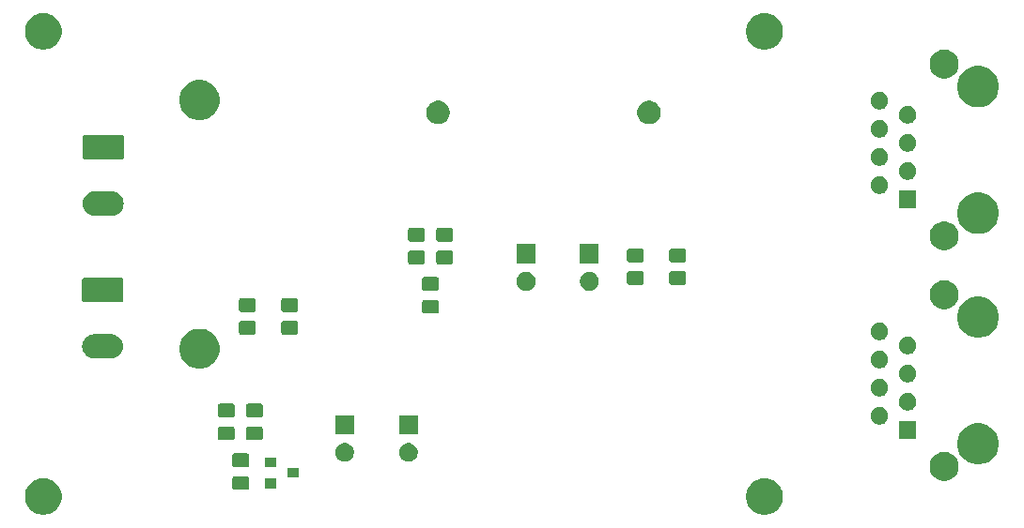
<source format=gbr>
G04 #@! TF.GenerationSoftware,KiCad,Pcbnew,5.1.4-e60b266~84~ubuntu18.04.1*
G04 #@! TF.CreationDate,2019-10-29T18:19:43-03:00*
G04 #@! TF.ProjectId,fonte_18V,666f6e74-655f-4313-9856-2e6b69636164,rev?*
G04 #@! TF.SameCoordinates,Original*
G04 #@! TF.FileFunction,Soldermask,Bot*
G04 #@! TF.FilePolarity,Negative*
%FSLAX46Y46*%
G04 Gerber Fmt 4.6, Leading zero omitted, Abs format (unit mm)*
G04 Created by KiCad (PCBNEW 5.1.4-e60b266~84~ubuntu18.04.1) date 2019-10-29 18:19:43*
%MOMM*%
%LPD*%
G04 APERTURE LIST*
%ADD10C,0.100000*%
G04 APERTURE END LIST*
D10*
G36*
X159375256Y-180391298D02*
G01*
X159481579Y-180412447D01*
X159782042Y-180536903D01*
X160052451Y-180717585D01*
X160282415Y-180947549D01*
X160282416Y-180947551D01*
X160463098Y-181217960D01*
X160487291Y-181276367D01*
X160587553Y-181518421D01*
X160651000Y-181837391D01*
X160651000Y-182162609D01*
X160587553Y-182481579D01*
X160463097Y-182782042D01*
X160282415Y-183052451D01*
X160052451Y-183282415D01*
X159782042Y-183463097D01*
X159481579Y-183587553D01*
X159375256Y-183608702D01*
X159162611Y-183651000D01*
X158837389Y-183651000D01*
X158624744Y-183608702D01*
X158518421Y-183587553D01*
X158217958Y-183463097D01*
X157947549Y-183282415D01*
X157717585Y-183052451D01*
X157536903Y-182782042D01*
X157412447Y-182481579D01*
X157349000Y-182162609D01*
X157349000Y-181837391D01*
X157412447Y-181518421D01*
X157512709Y-181276367D01*
X157536902Y-181217960D01*
X157717584Y-180947551D01*
X157717585Y-180947549D01*
X157947549Y-180717585D01*
X158217958Y-180536903D01*
X158518421Y-180412447D01*
X158624744Y-180391298D01*
X158837389Y-180349000D01*
X159162611Y-180349000D01*
X159375256Y-180391298D01*
X159375256Y-180391298D01*
G37*
G36*
X94375256Y-180391298D02*
G01*
X94481579Y-180412447D01*
X94782042Y-180536903D01*
X95052451Y-180717585D01*
X95282415Y-180947549D01*
X95282416Y-180947551D01*
X95463098Y-181217960D01*
X95487291Y-181276367D01*
X95587553Y-181518421D01*
X95651000Y-181837391D01*
X95651000Y-182162609D01*
X95587553Y-182481579D01*
X95463097Y-182782042D01*
X95282415Y-183052451D01*
X95052451Y-183282415D01*
X94782042Y-183463097D01*
X94481579Y-183587553D01*
X94375256Y-183608702D01*
X94162611Y-183651000D01*
X93837389Y-183651000D01*
X93624744Y-183608702D01*
X93518421Y-183587553D01*
X93217958Y-183463097D01*
X92947549Y-183282415D01*
X92717585Y-183052451D01*
X92536903Y-182782042D01*
X92412447Y-182481579D01*
X92349000Y-182162609D01*
X92349000Y-181837391D01*
X92412447Y-181518421D01*
X92512709Y-181276367D01*
X92536902Y-181217960D01*
X92717584Y-180947551D01*
X92717585Y-180947549D01*
X92947549Y-180717585D01*
X93217958Y-180536903D01*
X93518421Y-180412447D01*
X93624744Y-180391298D01*
X93837389Y-180349000D01*
X94162611Y-180349000D01*
X94375256Y-180391298D01*
X94375256Y-180391298D01*
G37*
G36*
X112388674Y-180153465D02*
G01*
X112426367Y-180164899D01*
X112461103Y-180183466D01*
X112491548Y-180208452D01*
X112516534Y-180238897D01*
X112535101Y-180273633D01*
X112546535Y-180311326D01*
X112551000Y-180356661D01*
X112551000Y-181193339D01*
X112546535Y-181238674D01*
X112535101Y-181276367D01*
X112516534Y-181311103D01*
X112491548Y-181341548D01*
X112461103Y-181366534D01*
X112426367Y-181385101D01*
X112388674Y-181396535D01*
X112343339Y-181401000D01*
X111256661Y-181401000D01*
X111211326Y-181396535D01*
X111173633Y-181385101D01*
X111138897Y-181366534D01*
X111108452Y-181341548D01*
X111083466Y-181311103D01*
X111064899Y-181276367D01*
X111053465Y-181238674D01*
X111049000Y-181193339D01*
X111049000Y-180356661D01*
X111053465Y-180311326D01*
X111064899Y-180273633D01*
X111083466Y-180238897D01*
X111108452Y-180208452D01*
X111138897Y-180183466D01*
X111173633Y-180164899D01*
X111211326Y-180153465D01*
X111256661Y-180149000D01*
X112343339Y-180149000D01*
X112388674Y-180153465D01*
X112388674Y-180153465D01*
G37*
G36*
X115001000Y-181251000D02*
G01*
X113999000Y-181251000D01*
X113999000Y-180349000D01*
X115001000Y-180349000D01*
X115001000Y-181251000D01*
X115001000Y-181251000D01*
G37*
G36*
X175571487Y-178016996D02*
G01*
X175807845Y-178114899D01*
X175808255Y-178115069D01*
X175965239Y-178219962D01*
X176021339Y-178257447D01*
X176202553Y-178438661D01*
X176344932Y-178651747D01*
X176443004Y-178888513D01*
X176493000Y-179139861D01*
X176493000Y-179396139D01*
X176443004Y-179647487D01*
X176344932Y-179884253D01*
X176344931Y-179884255D01*
X176202553Y-180097339D01*
X176021339Y-180278553D01*
X175808255Y-180420931D01*
X175808254Y-180420932D01*
X175808253Y-180420932D01*
X175571487Y-180519004D01*
X175320139Y-180569000D01*
X175063861Y-180569000D01*
X174812513Y-180519004D01*
X174575747Y-180420932D01*
X174575746Y-180420932D01*
X174575745Y-180420931D01*
X174362661Y-180278553D01*
X174181447Y-180097339D01*
X174039069Y-179884255D01*
X174039068Y-179884253D01*
X173940996Y-179647487D01*
X173891000Y-179396139D01*
X173891000Y-179139861D01*
X173940996Y-178888513D01*
X174039068Y-178651747D01*
X174181447Y-178438661D01*
X174362661Y-178257447D01*
X174418761Y-178219962D01*
X174575745Y-178115069D01*
X174576155Y-178114899D01*
X174812513Y-178016996D01*
X175063861Y-177967000D01*
X175320139Y-177967000D01*
X175571487Y-178016996D01*
X175571487Y-178016996D01*
G37*
G36*
X117001000Y-180301000D02*
G01*
X115999000Y-180301000D01*
X115999000Y-179399000D01*
X117001000Y-179399000D01*
X117001000Y-180301000D01*
X117001000Y-180301000D01*
G37*
G36*
X115001000Y-179351000D02*
G01*
X113999000Y-179351000D01*
X113999000Y-178449000D01*
X115001000Y-178449000D01*
X115001000Y-179351000D01*
X115001000Y-179351000D01*
G37*
G36*
X112388674Y-178103465D02*
G01*
X112426367Y-178114899D01*
X112461103Y-178133466D01*
X112491548Y-178158452D01*
X112516534Y-178188897D01*
X112535101Y-178223633D01*
X112546535Y-178261326D01*
X112551000Y-178306661D01*
X112551000Y-179143339D01*
X112546535Y-179188674D01*
X112535101Y-179226367D01*
X112516534Y-179261103D01*
X112491548Y-179291548D01*
X112461103Y-179316534D01*
X112426367Y-179335101D01*
X112388674Y-179346535D01*
X112343339Y-179351000D01*
X111256661Y-179351000D01*
X111211326Y-179346535D01*
X111173633Y-179335101D01*
X111138897Y-179316534D01*
X111108452Y-179291548D01*
X111083466Y-179261103D01*
X111064899Y-179226367D01*
X111053465Y-179188674D01*
X111049000Y-179143339D01*
X111049000Y-178306661D01*
X111053465Y-178261326D01*
X111064899Y-178223633D01*
X111083466Y-178188897D01*
X111108452Y-178158452D01*
X111138897Y-178133466D01*
X111173633Y-178114899D01*
X111211326Y-178103465D01*
X111256661Y-178099000D01*
X112343339Y-178099000D01*
X112388674Y-178103465D01*
X112388674Y-178103465D01*
G37*
G36*
X178789208Y-175429093D02*
G01*
X179130617Y-175570510D01*
X179130619Y-175570511D01*
X179382359Y-175738718D01*
X179437880Y-175775816D01*
X179699184Y-176037120D01*
X179904490Y-176344383D01*
X180045907Y-176685792D01*
X180118000Y-177048229D01*
X180118000Y-177417771D01*
X180045907Y-177780208D01*
X179904490Y-178121617D01*
X179904489Y-178121619D01*
X179699184Y-178428880D01*
X179437880Y-178690184D01*
X179130619Y-178895489D01*
X179130618Y-178895490D01*
X179130617Y-178895490D01*
X178789208Y-179036907D01*
X178426771Y-179109000D01*
X178057229Y-179109000D01*
X177694792Y-179036907D01*
X177353383Y-178895490D01*
X177353382Y-178895490D01*
X177353381Y-178895489D01*
X177046120Y-178690184D01*
X176784816Y-178428880D01*
X176579511Y-178121619D01*
X176579510Y-178121617D01*
X176438093Y-177780208D01*
X176366000Y-177417771D01*
X176366000Y-177048229D01*
X176438093Y-176685792D01*
X176579510Y-176344383D01*
X176784816Y-176037120D01*
X177046120Y-175775816D01*
X177101641Y-175738718D01*
X177353381Y-175570511D01*
X177353383Y-175570510D01*
X177694792Y-175429093D01*
X178057229Y-175357000D01*
X178426771Y-175357000D01*
X178789208Y-175429093D01*
X178789208Y-175429093D01*
G37*
G36*
X121406228Y-177195703D02*
G01*
X121561100Y-177259853D01*
X121700481Y-177352985D01*
X121819015Y-177471519D01*
X121912147Y-177610900D01*
X121976297Y-177765772D01*
X122009000Y-177930184D01*
X122009000Y-178097816D01*
X121976297Y-178262228D01*
X121912147Y-178417100D01*
X121819015Y-178556481D01*
X121700481Y-178675015D01*
X121561100Y-178768147D01*
X121406228Y-178832297D01*
X121241816Y-178865000D01*
X121074184Y-178865000D01*
X120909772Y-178832297D01*
X120754900Y-178768147D01*
X120615519Y-178675015D01*
X120496985Y-178556481D01*
X120403853Y-178417100D01*
X120339703Y-178262228D01*
X120307000Y-178097816D01*
X120307000Y-177930184D01*
X120339703Y-177765772D01*
X120403853Y-177610900D01*
X120496985Y-177471519D01*
X120615519Y-177352985D01*
X120754900Y-177259853D01*
X120909772Y-177195703D01*
X121074184Y-177163000D01*
X121241816Y-177163000D01*
X121406228Y-177195703D01*
X121406228Y-177195703D01*
G37*
G36*
X127148228Y-177195703D02*
G01*
X127303100Y-177259853D01*
X127442481Y-177352985D01*
X127561015Y-177471519D01*
X127654147Y-177610900D01*
X127718297Y-177765772D01*
X127751000Y-177930184D01*
X127751000Y-178097816D01*
X127718297Y-178262228D01*
X127654147Y-178417100D01*
X127561015Y-178556481D01*
X127442481Y-178675015D01*
X127303100Y-178768147D01*
X127148228Y-178832297D01*
X126983816Y-178865000D01*
X126816184Y-178865000D01*
X126651772Y-178832297D01*
X126496900Y-178768147D01*
X126357519Y-178675015D01*
X126238985Y-178556481D01*
X126145853Y-178417100D01*
X126081703Y-178262228D01*
X126049000Y-178097816D01*
X126049000Y-177930184D01*
X126081703Y-177765772D01*
X126145853Y-177610900D01*
X126238985Y-177471519D01*
X126357519Y-177352985D01*
X126496900Y-177259853D01*
X126651772Y-177195703D01*
X126816184Y-177163000D01*
X126983816Y-177163000D01*
X127148228Y-177195703D01*
X127148228Y-177195703D01*
G37*
G36*
X111078674Y-175663465D02*
G01*
X111116367Y-175674899D01*
X111151103Y-175693466D01*
X111181548Y-175718452D01*
X111206534Y-175748897D01*
X111225101Y-175783633D01*
X111236535Y-175821326D01*
X111241000Y-175866661D01*
X111241000Y-176703339D01*
X111236535Y-176748674D01*
X111225101Y-176786367D01*
X111206534Y-176821103D01*
X111181548Y-176851548D01*
X111151103Y-176876534D01*
X111116367Y-176895101D01*
X111078674Y-176906535D01*
X111033339Y-176911000D01*
X109946661Y-176911000D01*
X109901326Y-176906535D01*
X109863633Y-176895101D01*
X109828897Y-176876534D01*
X109798452Y-176851548D01*
X109773466Y-176821103D01*
X109754899Y-176786367D01*
X109743465Y-176748674D01*
X109739000Y-176703339D01*
X109739000Y-175866661D01*
X109743465Y-175821326D01*
X109754899Y-175783633D01*
X109773466Y-175748897D01*
X109798452Y-175718452D01*
X109828897Y-175693466D01*
X109863633Y-175674899D01*
X109901326Y-175663465D01*
X109946661Y-175659000D01*
X111033339Y-175659000D01*
X111078674Y-175663465D01*
X111078674Y-175663465D01*
G37*
G36*
X113618674Y-175663465D02*
G01*
X113656367Y-175674899D01*
X113691103Y-175693466D01*
X113721548Y-175718452D01*
X113746534Y-175748897D01*
X113765101Y-175783633D01*
X113776535Y-175821326D01*
X113781000Y-175866661D01*
X113781000Y-176703339D01*
X113776535Y-176748674D01*
X113765101Y-176786367D01*
X113746534Y-176821103D01*
X113721548Y-176851548D01*
X113691103Y-176876534D01*
X113656367Y-176895101D01*
X113618674Y-176906535D01*
X113573339Y-176911000D01*
X112486661Y-176911000D01*
X112441326Y-176906535D01*
X112403633Y-176895101D01*
X112368897Y-176876534D01*
X112338452Y-176851548D01*
X112313466Y-176821103D01*
X112294899Y-176786367D01*
X112283465Y-176748674D01*
X112279000Y-176703339D01*
X112279000Y-175866661D01*
X112283465Y-175821326D01*
X112294899Y-175783633D01*
X112313466Y-175748897D01*
X112338452Y-175718452D01*
X112368897Y-175693466D01*
X112403633Y-175674899D01*
X112441326Y-175663465D01*
X112486661Y-175659000D01*
X113573339Y-175659000D01*
X113618674Y-175663465D01*
X113618674Y-175663465D01*
G37*
G36*
X172693000Y-176764000D02*
G01*
X171091000Y-176764000D01*
X171091000Y-175162000D01*
X172693000Y-175162000D01*
X172693000Y-176764000D01*
X172693000Y-176764000D01*
G37*
G36*
X127751000Y-176365000D02*
G01*
X126049000Y-176365000D01*
X126049000Y-174663000D01*
X127751000Y-174663000D01*
X127751000Y-176365000D01*
X127751000Y-176365000D01*
G37*
G36*
X122009000Y-176365000D02*
G01*
X120307000Y-176365000D01*
X120307000Y-174663000D01*
X122009000Y-174663000D01*
X122009000Y-176365000D01*
X122009000Y-176365000D01*
G37*
G36*
X169585642Y-173922781D02*
G01*
X169731414Y-173983162D01*
X169731416Y-173983163D01*
X169862608Y-174070822D01*
X169974178Y-174182392D01*
X169981412Y-174193219D01*
X170061838Y-174313586D01*
X170122219Y-174459358D01*
X170153000Y-174614107D01*
X170153000Y-174771893D01*
X170122219Y-174926642D01*
X170061838Y-175072414D01*
X170061837Y-175072416D01*
X169974178Y-175203608D01*
X169862608Y-175315178D01*
X169731416Y-175402837D01*
X169731415Y-175402838D01*
X169731414Y-175402838D01*
X169585642Y-175463219D01*
X169430893Y-175494000D01*
X169273107Y-175494000D01*
X169118358Y-175463219D01*
X168972586Y-175402838D01*
X168972585Y-175402838D01*
X168972584Y-175402837D01*
X168841392Y-175315178D01*
X168729822Y-175203608D01*
X168642163Y-175072416D01*
X168642162Y-175072414D01*
X168581781Y-174926642D01*
X168551000Y-174771893D01*
X168551000Y-174614107D01*
X168581781Y-174459358D01*
X168642162Y-174313586D01*
X168722588Y-174193219D01*
X168729822Y-174182392D01*
X168841392Y-174070822D01*
X168972584Y-173983163D01*
X168972586Y-173983162D01*
X169118358Y-173922781D01*
X169273107Y-173892000D01*
X169430893Y-173892000D01*
X169585642Y-173922781D01*
X169585642Y-173922781D01*
G37*
G36*
X111078674Y-173613465D02*
G01*
X111116367Y-173624899D01*
X111151103Y-173643466D01*
X111181548Y-173668452D01*
X111206534Y-173698897D01*
X111225101Y-173733633D01*
X111236535Y-173771326D01*
X111241000Y-173816661D01*
X111241000Y-174653339D01*
X111236535Y-174698674D01*
X111225101Y-174736367D01*
X111206534Y-174771103D01*
X111181548Y-174801548D01*
X111151103Y-174826534D01*
X111116367Y-174845101D01*
X111078674Y-174856535D01*
X111033339Y-174861000D01*
X109946661Y-174861000D01*
X109901326Y-174856535D01*
X109863633Y-174845101D01*
X109828897Y-174826534D01*
X109798452Y-174801548D01*
X109773466Y-174771103D01*
X109754899Y-174736367D01*
X109743465Y-174698674D01*
X109739000Y-174653339D01*
X109739000Y-173816661D01*
X109743465Y-173771326D01*
X109754899Y-173733633D01*
X109773466Y-173698897D01*
X109798452Y-173668452D01*
X109828897Y-173643466D01*
X109863633Y-173624899D01*
X109901326Y-173613465D01*
X109946661Y-173609000D01*
X111033339Y-173609000D01*
X111078674Y-173613465D01*
X111078674Y-173613465D01*
G37*
G36*
X113618674Y-173613465D02*
G01*
X113656367Y-173624899D01*
X113691103Y-173643466D01*
X113721548Y-173668452D01*
X113746534Y-173698897D01*
X113765101Y-173733633D01*
X113776535Y-173771326D01*
X113781000Y-173816661D01*
X113781000Y-174653339D01*
X113776535Y-174698674D01*
X113765101Y-174736367D01*
X113746534Y-174771103D01*
X113721548Y-174801548D01*
X113691103Y-174826534D01*
X113656367Y-174845101D01*
X113618674Y-174856535D01*
X113573339Y-174861000D01*
X112486661Y-174861000D01*
X112441326Y-174856535D01*
X112403633Y-174845101D01*
X112368897Y-174826534D01*
X112338452Y-174801548D01*
X112313466Y-174771103D01*
X112294899Y-174736367D01*
X112283465Y-174698674D01*
X112279000Y-174653339D01*
X112279000Y-173816661D01*
X112283465Y-173771326D01*
X112294899Y-173733633D01*
X112313466Y-173698897D01*
X112338452Y-173668452D01*
X112368897Y-173643466D01*
X112403633Y-173624899D01*
X112441326Y-173613465D01*
X112486661Y-173609000D01*
X113573339Y-173609000D01*
X113618674Y-173613465D01*
X113618674Y-173613465D01*
G37*
G36*
X172125642Y-172652781D02*
G01*
X172271414Y-172713162D01*
X172271416Y-172713163D01*
X172402608Y-172800822D01*
X172514178Y-172912392D01*
X172521412Y-172923219D01*
X172601838Y-173043586D01*
X172662219Y-173189358D01*
X172693000Y-173344107D01*
X172693000Y-173501893D01*
X172662219Y-173656642D01*
X172630328Y-173733633D01*
X172601837Y-173802416D01*
X172514178Y-173933608D01*
X172402608Y-174045178D01*
X172271416Y-174132837D01*
X172271415Y-174132838D01*
X172271414Y-174132838D01*
X172125642Y-174193219D01*
X171970893Y-174224000D01*
X171813107Y-174224000D01*
X171658358Y-174193219D01*
X171512586Y-174132838D01*
X171512585Y-174132838D01*
X171512584Y-174132837D01*
X171381392Y-174045178D01*
X171269822Y-173933608D01*
X171182163Y-173802416D01*
X171153672Y-173733633D01*
X171121781Y-173656642D01*
X171091000Y-173501893D01*
X171091000Y-173344107D01*
X171121781Y-173189358D01*
X171182162Y-173043586D01*
X171262588Y-172923219D01*
X171269822Y-172912392D01*
X171381392Y-172800822D01*
X171512584Y-172713163D01*
X171512586Y-172713162D01*
X171658358Y-172652781D01*
X171813107Y-172622000D01*
X171970893Y-172622000D01*
X172125642Y-172652781D01*
X172125642Y-172652781D01*
G37*
G36*
X169585642Y-171382781D02*
G01*
X169731414Y-171443162D01*
X169731416Y-171443163D01*
X169862608Y-171530822D01*
X169974178Y-171642392D01*
X169981412Y-171653219D01*
X170061838Y-171773586D01*
X170122219Y-171919358D01*
X170153000Y-172074107D01*
X170153000Y-172231893D01*
X170122219Y-172386642D01*
X170061838Y-172532414D01*
X170061837Y-172532416D01*
X169974178Y-172663608D01*
X169862608Y-172775178D01*
X169731416Y-172862837D01*
X169731415Y-172862838D01*
X169731414Y-172862838D01*
X169585642Y-172923219D01*
X169430893Y-172954000D01*
X169273107Y-172954000D01*
X169118358Y-172923219D01*
X168972586Y-172862838D01*
X168972585Y-172862838D01*
X168972584Y-172862837D01*
X168841392Y-172775178D01*
X168729822Y-172663608D01*
X168642163Y-172532416D01*
X168642162Y-172532414D01*
X168581781Y-172386642D01*
X168551000Y-172231893D01*
X168551000Y-172074107D01*
X168581781Y-171919358D01*
X168642162Y-171773586D01*
X168722588Y-171653219D01*
X168729822Y-171642392D01*
X168841392Y-171530822D01*
X168972584Y-171443163D01*
X168972586Y-171443162D01*
X169118358Y-171382781D01*
X169273107Y-171352000D01*
X169430893Y-171352000D01*
X169585642Y-171382781D01*
X169585642Y-171382781D01*
G37*
G36*
X172125642Y-170112781D02*
G01*
X172271414Y-170173162D01*
X172271416Y-170173163D01*
X172402608Y-170260822D01*
X172514178Y-170372392D01*
X172601837Y-170503584D01*
X172601838Y-170503586D01*
X172662219Y-170649358D01*
X172693000Y-170804107D01*
X172693000Y-170961893D01*
X172662219Y-171116642D01*
X172601838Y-171262414D01*
X172601837Y-171262416D01*
X172514178Y-171393608D01*
X172402608Y-171505178D01*
X172271416Y-171592837D01*
X172271415Y-171592838D01*
X172271414Y-171592838D01*
X172125642Y-171653219D01*
X171970893Y-171684000D01*
X171813107Y-171684000D01*
X171658358Y-171653219D01*
X171512586Y-171592838D01*
X171512585Y-171592838D01*
X171512584Y-171592837D01*
X171381392Y-171505178D01*
X171269822Y-171393608D01*
X171182163Y-171262416D01*
X171182162Y-171262414D01*
X171121781Y-171116642D01*
X171091000Y-170961893D01*
X171091000Y-170804107D01*
X171121781Y-170649358D01*
X171182162Y-170503586D01*
X171182163Y-170503584D01*
X171269822Y-170372392D01*
X171381392Y-170260822D01*
X171512584Y-170173163D01*
X171512586Y-170173162D01*
X171658358Y-170112781D01*
X171813107Y-170082000D01*
X171970893Y-170082000D01*
X172125642Y-170112781D01*
X172125642Y-170112781D01*
G37*
G36*
X108602331Y-166924211D02*
G01*
X108930092Y-167059974D01*
X109225070Y-167257072D01*
X109475928Y-167507930D01*
X109673026Y-167802908D01*
X109808789Y-168130669D01*
X109878000Y-168478616D01*
X109878000Y-168833384D01*
X109808789Y-169181331D01*
X109673026Y-169509092D01*
X109475928Y-169804070D01*
X109225070Y-170054928D01*
X108930092Y-170252026D01*
X108602331Y-170387789D01*
X108254384Y-170457000D01*
X107899616Y-170457000D01*
X107551669Y-170387789D01*
X107223908Y-170252026D01*
X106928930Y-170054928D01*
X106678072Y-169804070D01*
X106480974Y-169509092D01*
X106345211Y-169181331D01*
X106276000Y-168833384D01*
X106276000Y-168478616D01*
X106345211Y-168130669D01*
X106480974Y-167802908D01*
X106678072Y-167507930D01*
X106928930Y-167257072D01*
X107223908Y-167059974D01*
X107551669Y-166924211D01*
X107899616Y-166855000D01*
X108254384Y-166855000D01*
X108602331Y-166924211D01*
X108602331Y-166924211D01*
G37*
G36*
X169585642Y-168842781D02*
G01*
X169731414Y-168903162D01*
X169731416Y-168903163D01*
X169862608Y-168990822D01*
X169974178Y-169102392D01*
X170046202Y-169210185D01*
X170061838Y-169233586D01*
X170122219Y-169379358D01*
X170153000Y-169534107D01*
X170153000Y-169691893D01*
X170122219Y-169846642D01*
X170061838Y-169992414D01*
X170061837Y-169992416D01*
X169974178Y-170123608D01*
X169862608Y-170235178D01*
X169731416Y-170322837D01*
X169731415Y-170322838D01*
X169731414Y-170322838D01*
X169585642Y-170383219D01*
X169430893Y-170414000D01*
X169273107Y-170414000D01*
X169118358Y-170383219D01*
X168972586Y-170322838D01*
X168972585Y-170322838D01*
X168972584Y-170322837D01*
X168841392Y-170235178D01*
X168729822Y-170123608D01*
X168642163Y-169992416D01*
X168642162Y-169992414D01*
X168581781Y-169846642D01*
X168551000Y-169691893D01*
X168551000Y-169534107D01*
X168581781Y-169379358D01*
X168642162Y-169233586D01*
X168657798Y-169210185D01*
X168729822Y-169102392D01*
X168841392Y-168990822D01*
X168972584Y-168903163D01*
X168972586Y-168903162D01*
X169118358Y-168842781D01*
X169273107Y-168812000D01*
X169430893Y-168812000D01*
X169585642Y-168842781D01*
X169585642Y-168842781D01*
G37*
G36*
X100328871Y-167359786D02*
G01*
X100534530Y-167422172D01*
X100724055Y-167523475D01*
X100724058Y-167523477D01*
X100724059Y-167523478D01*
X100890186Y-167659814D01*
X101007619Y-167802908D01*
X101026525Y-167825945D01*
X101127828Y-168015470D01*
X101190214Y-168221129D01*
X101211278Y-168435000D01*
X101190214Y-168648871D01*
X101127828Y-168854530D01*
X101026525Y-169044055D01*
X101026523Y-169044058D01*
X101026522Y-169044059D01*
X100890186Y-169210186D01*
X100724059Y-169346522D01*
X100724055Y-169346525D01*
X100534530Y-169447828D01*
X100328871Y-169510214D01*
X100168591Y-169526000D01*
X98541409Y-169526000D01*
X98381129Y-169510214D01*
X98175470Y-169447828D01*
X97985945Y-169346525D01*
X97985941Y-169346522D01*
X97819814Y-169210186D01*
X97683478Y-169044059D01*
X97683477Y-169044058D01*
X97683475Y-169044055D01*
X97582172Y-168854530D01*
X97519786Y-168648871D01*
X97498722Y-168435000D01*
X97519786Y-168221129D01*
X97582172Y-168015470D01*
X97683475Y-167825945D01*
X97702381Y-167802908D01*
X97819814Y-167659814D01*
X97985941Y-167523478D01*
X97985942Y-167523477D01*
X97985945Y-167523475D01*
X98175470Y-167422172D01*
X98381129Y-167359786D01*
X98541409Y-167344000D01*
X100168591Y-167344000D01*
X100328871Y-167359786D01*
X100328871Y-167359786D01*
G37*
G36*
X172125642Y-167572781D02*
G01*
X172271414Y-167633162D01*
X172271416Y-167633163D01*
X172402608Y-167720822D01*
X172514178Y-167832392D01*
X172521412Y-167843219D01*
X172601838Y-167963586D01*
X172662219Y-168109358D01*
X172693000Y-168264107D01*
X172693000Y-168421893D01*
X172662219Y-168576642D01*
X172601838Y-168722414D01*
X172601837Y-168722416D01*
X172514178Y-168853608D01*
X172402608Y-168965178D01*
X172271416Y-169052837D01*
X172271415Y-169052838D01*
X172271414Y-169052838D01*
X172125642Y-169113219D01*
X171970893Y-169144000D01*
X171813107Y-169144000D01*
X171658358Y-169113219D01*
X171512586Y-169052838D01*
X171512585Y-169052838D01*
X171512584Y-169052837D01*
X171381392Y-168965178D01*
X171269822Y-168853608D01*
X171182163Y-168722416D01*
X171182162Y-168722414D01*
X171121781Y-168576642D01*
X171091000Y-168421893D01*
X171091000Y-168264107D01*
X171121781Y-168109358D01*
X171182162Y-167963586D01*
X171262588Y-167843219D01*
X171269822Y-167832392D01*
X171381392Y-167720822D01*
X171512584Y-167633163D01*
X171512586Y-167633162D01*
X171658358Y-167572781D01*
X171813107Y-167542000D01*
X171970893Y-167542000D01*
X172125642Y-167572781D01*
X172125642Y-167572781D01*
G37*
G36*
X169585642Y-166302781D02*
G01*
X169731414Y-166363162D01*
X169731416Y-166363163D01*
X169862608Y-166450822D01*
X169974178Y-166562392D01*
X170060524Y-166691619D01*
X170061838Y-166693586D01*
X170122219Y-166839358D01*
X170153000Y-166994107D01*
X170153000Y-167151893D01*
X170122219Y-167306642D01*
X170061838Y-167452414D01*
X170061837Y-167452416D01*
X169974178Y-167583608D01*
X169862608Y-167695178D01*
X169731416Y-167782837D01*
X169731415Y-167782838D01*
X169731414Y-167782838D01*
X169585642Y-167843219D01*
X169430893Y-167874000D01*
X169273107Y-167874000D01*
X169118358Y-167843219D01*
X168972586Y-167782838D01*
X168972585Y-167782838D01*
X168972584Y-167782837D01*
X168841392Y-167695178D01*
X168729822Y-167583608D01*
X168642163Y-167452416D01*
X168642162Y-167452414D01*
X168581781Y-167306642D01*
X168551000Y-167151893D01*
X168551000Y-166994107D01*
X168581781Y-166839358D01*
X168642162Y-166693586D01*
X168643476Y-166691619D01*
X168729822Y-166562392D01*
X168841392Y-166450822D01*
X168972584Y-166363163D01*
X168972586Y-166363162D01*
X169118358Y-166302781D01*
X169273107Y-166272000D01*
X169430893Y-166272000D01*
X169585642Y-166302781D01*
X169585642Y-166302781D01*
G37*
G36*
X178789208Y-163999093D02*
G01*
X179077398Y-164118466D01*
X179130619Y-164140511D01*
X179356831Y-164291661D01*
X179437880Y-164345816D01*
X179699184Y-164607120D01*
X179904490Y-164914383D01*
X180045907Y-165255792D01*
X180118000Y-165618229D01*
X180118000Y-165987771D01*
X180045907Y-166350208D01*
X179904490Y-166691617D01*
X179904489Y-166691619D01*
X179699184Y-166998880D01*
X179437880Y-167260184D01*
X179130619Y-167465489D01*
X179130618Y-167465490D01*
X179130617Y-167465490D01*
X178789208Y-167606907D01*
X178426771Y-167679000D01*
X178057229Y-167679000D01*
X177694792Y-167606907D01*
X177353383Y-167465490D01*
X177353382Y-167465490D01*
X177353381Y-167465489D01*
X177046120Y-167260184D01*
X176784816Y-166998880D01*
X176579511Y-166691619D01*
X176579510Y-166691617D01*
X176438093Y-166350208D01*
X176366000Y-165987771D01*
X176366000Y-165618229D01*
X176438093Y-165255792D01*
X176579510Y-164914383D01*
X176784816Y-164607120D01*
X177046120Y-164345816D01*
X177127169Y-164291661D01*
X177353381Y-164140511D01*
X177406602Y-164118466D01*
X177694792Y-163999093D01*
X178057229Y-163927000D01*
X178426771Y-163927000D01*
X178789208Y-163999093D01*
X178789208Y-163999093D01*
G37*
G36*
X116793674Y-166138465D02*
G01*
X116831367Y-166149899D01*
X116866103Y-166168466D01*
X116896548Y-166193452D01*
X116921534Y-166223897D01*
X116940101Y-166258633D01*
X116951535Y-166296326D01*
X116956000Y-166341661D01*
X116956000Y-167178339D01*
X116951535Y-167223674D01*
X116940101Y-167261367D01*
X116921534Y-167296103D01*
X116896548Y-167326548D01*
X116866103Y-167351534D01*
X116831367Y-167370101D01*
X116793674Y-167381535D01*
X116748339Y-167386000D01*
X115661661Y-167386000D01*
X115616326Y-167381535D01*
X115578633Y-167370101D01*
X115543897Y-167351534D01*
X115513452Y-167326548D01*
X115488466Y-167296103D01*
X115469899Y-167261367D01*
X115458465Y-167223674D01*
X115454000Y-167178339D01*
X115454000Y-166341661D01*
X115458465Y-166296326D01*
X115469899Y-166258633D01*
X115488466Y-166223897D01*
X115513452Y-166193452D01*
X115543897Y-166168466D01*
X115578633Y-166149899D01*
X115616326Y-166138465D01*
X115661661Y-166134000D01*
X116748339Y-166134000D01*
X116793674Y-166138465D01*
X116793674Y-166138465D01*
G37*
G36*
X112983674Y-166138465D02*
G01*
X113021367Y-166149899D01*
X113056103Y-166168466D01*
X113086548Y-166193452D01*
X113111534Y-166223897D01*
X113130101Y-166258633D01*
X113141535Y-166296326D01*
X113146000Y-166341661D01*
X113146000Y-167178339D01*
X113141535Y-167223674D01*
X113130101Y-167261367D01*
X113111534Y-167296103D01*
X113086548Y-167326548D01*
X113056103Y-167351534D01*
X113021367Y-167370101D01*
X112983674Y-167381535D01*
X112938339Y-167386000D01*
X111851661Y-167386000D01*
X111806326Y-167381535D01*
X111768633Y-167370101D01*
X111733897Y-167351534D01*
X111703452Y-167326548D01*
X111678466Y-167296103D01*
X111659899Y-167261367D01*
X111648465Y-167223674D01*
X111644000Y-167178339D01*
X111644000Y-166341661D01*
X111648465Y-166296326D01*
X111659899Y-166258633D01*
X111678466Y-166223897D01*
X111703452Y-166193452D01*
X111733897Y-166168466D01*
X111768633Y-166149899D01*
X111806326Y-166138465D01*
X111851661Y-166134000D01*
X112938339Y-166134000D01*
X112983674Y-166138465D01*
X112983674Y-166138465D01*
G37*
G36*
X129493674Y-164233465D02*
G01*
X129531367Y-164244899D01*
X129566103Y-164263466D01*
X129596548Y-164288452D01*
X129621534Y-164318897D01*
X129640101Y-164353633D01*
X129651535Y-164391326D01*
X129656000Y-164436661D01*
X129656000Y-165273339D01*
X129651535Y-165318674D01*
X129640101Y-165356367D01*
X129621534Y-165391103D01*
X129596548Y-165421548D01*
X129566103Y-165446534D01*
X129531367Y-165465101D01*
X129493674Y-165476535D01*
X129448339Y-165481000D01*
X128361661Y-165481000D01*
X128316326Y-165476535D01*
X128278633Y-165465101D01*
X128243897Y-165446534D01*
X128213452Y-165421548D01*
X128188466Y-165391103D01*
X128169899Y-165356367D01*
X128158465Y-165318674D01*
X128154000Y-165273339D01*
X128154000Y-164436661D01*
X128158465Y-164391326D01*
X128169899Y-164353633D01*
X128188466Y-164318897D01*
X128213452Y-164288452D01*
X128243897Y-164263466D01*
X128278633Y-164244899D01*
X128316326Y-164233465D01*
X128361661Y-164229000D01*
X129448339Y-164229000D01*
X129493674Y-164233465D01*
X129493674Y-164233465D01*
G37*
G36*
X116793674Y-164088465D02*
G01*
X116831367Y-164099899D01*
X116866103Y-164118466D01*
X116896548Y-164143452D01*
X116921534Y-164173897D01*
X116940101Y-164208633D01*
X116951535Y-164246326D01*
X116956000Y-164291661D01*
X116956000Y-165128339D01*
X116951535Y-165173674D01*
X116940101Y-165211367D01*
X116921534Y-165246103D01*
X116896548Y-165276548D01*
X116866103Y-165301534D01*
X116831367Y-165320101D01*
X116793674Y-165331535D01*
X116748339Y-165336000D01*
X115661661Y-165336000D01*
X115616326Y-165331535D01*
X115578633Y-165320101D01*
X115543897Y-165301534D01*
X115513452Y-165276548D01*
X115488466Y-165246103D01*
X115469899Y-165211367D01*
X115458465Y-165173674D01*
X115454000Y-165128339D01*
X115454000Y-164291661D01*
X115458465Y-164246326D01*
X115469899Y-164208633D01*
X115488466Y-164173897D01*
X115513452Y-164143452D01*
X115543897Y-164118466D01*
X115578633Y-164099899D01*
X115616326Y-164088465D01*
X115661661Y-164084000D01*
X116748339Y-164084000D01*
X116793674Y-164088465D01*
X116793674Y-164088465D01*
G37*
G36*
X112983674Y-164088465D02*
G01*
X113021367Y-164099899D01*
X113056103Y-164118466D01*
X113086548Y-164143452D01*
X113111534Y-164173897D01*
X113130101Y-164208633D01*
X113141535Y-164246326D01*
X113146000Y-164291661D01*
X113146000Y-165128339D01*
X113141535Y-165173674D01*
X113130101Y-165211367D01*
X113111534Y-165246103D01*
X113086548Y-165276548D01*
X113056103Y-165301534D01*
X113021367Y-165320101D01*
X112983674Y-165331535D01*
X112938339Y-165336000D01*
X111851661Y-165336000D01*
X111806326Y-165331535D01*
X111768633Y-165320101D01*
X111733897Y-165301534D01*
X111703452Y-165276548D01*
X111678466Y-165246103D01*
X111659899Y-165211367D01*
X111648465Y-165173674D01*
X111644000Y-165128339D01*
X111644000Y-164291661D01*
X111648465Y-164246326D01*
X111659899Y-164208633D01*
X111678466Y-164173897D01*
X111703452Y-164143452D01*
X111733897Y-164118466D01*
X111768633Y-164099899D01*
X111806326Y-164088465D01*
X111851661Y-164084000D01*
X112938339Y-164084000D01*
X112983674Y-164088465D01*
X112983674Y-164088465D01*
G37*
G36*
X175571487Y-162516996D02*
G01*
X175808253Y-162615068D01*
X175808255Y-162615069D01*
X176021339Y-162757447D01*
X176202553Y-162938661D01*
X176318696Y-163112481D01*
X176344932Y-163151747D01*
X176443004Y-163388513D01*
X176493000Y-163639861D01*
X176493000Y-163896139D01*
X176443004Y-164147487D01*
X176372003Y-164318897D01*
X176344931Y-164384255D01*
X176202553Y-164597339D01*
X176021339Y-164778553D01*
X175808255Y-164920931D01*
X175808254Y-164920932D01*
X175808253Y-164920932D01*
X175571487Y-165019004D01*
X175320139Y-165069000D01*
X175063861Y-165069000D01*
X174812513Y-165019004D01*
X174575747Y-164920932D01*
X174575746Y-164920932D01*
X174575745Y-164920931D01*
X174362661Y-164778553D01*
X174181447Y-164597339D01*
X174039069Y-164384255D01*
X174011997Y-164318897D01*
X173940996Y-164147487D01*
X173891000Y-163896139D01*
X173891000Y-163639861D01*
X173940996Y-163388513D01*
X174039068Y-163151747D01*
X174065305Y-163112481D01*
X174181447Y-162938661D01*
X174362661Y-162757447D01*
X174575745Y-162615069D01*
X174575747Y-162615068D01*
X174812513Y-162516996D01*
X175063861Y-162467000D01*
X175320139Y-162467000D01*
X175571487Y-162516996D01*
X175571487Y-162516996D01*
G37*
G36*
X101071217Y-162267808D02*
G01*
X101102489Y-162277294D01*
X101131308Y-162292698D01*
X101156570Y-162313430D01*
X101177302Y-162338692D01*
X101192706Y-162367511D01*
X101202192Y-162398783D01*
X101206000Y-162437448D01*
X101206000Y-164272552D01*
X101202192Y-164311217D01*
X101192706Y-164342489D01*
X101177302Y-164371308D01*
X101156570Y-164396570D01*
X101131308Y-164417302D01*
X101102489Y-164432706D01*
X101071217Y-164442192D01*
X101032552Y-164446000D01*
X97677448Y-164446000D01*
X97638783Y-164442192D01*
X97607511Y-164432706D01*
X97578692Y-164417302D01*
X97553430Y-164396570D01*
X97532698Y-164371308D01*
X97517294Y-164342489D01*
X97507808Y-164311217D01*
X97504000Y-164272552D01*
X97504000Y-162437448D01*
X97507808Y-162398783D01*
X97517294Y-162367511D01*
X97532698Y-162338692D01*
X97553430Y-162313430D01*
X97578692Y-162292698D01*
X97607511Y-162277294D01*
X97638783Y-162267808D01*
X97677448Y-162264000D01*
X101032552Y-162264000D01*
X101071217Y-162267808D01*
X101071217Y-162267808D01*
G37*
G36*
X129493674Y-162183465D02*
G01*
X129531367Y-162194899D01*
X129566103Y-162213466D01*
X129596548Y-162238452D01*
X129621534Y-162268897D01*
X129640101Y-162303633D01*
X129651535Y-162341326D01*
X129656000Y-162386661D01*
X129656000Y-163223339D01*
X129651535Y-163268674D01*
X129640101Y-163306367D01*
X129621534Y-163341103D01*
X129596548Y-163371548D01*
X129566103Y-163396534D01*
X129531367Y-163415101D01*
X129493674Y-163426535D01*
X129448339Y-163431000D01*
X128361661Y-163431000D01*
X128316326Y-163426535D01*
X128278633Y-163415101D01*
X128243897Y-163396534D01*
X128213452Y-163371548D01*
X128188466Y-163341103D01*
X128169899Y-163306367D01*
X128158465Y-163268674D01*
X128154000Y-163223339D01*
X128154000Y-162386661D01*
X128158465Y-162341326D01*
X128169899Y-162303633D01*
X128188466Y-162268897D01*
X128213452Y-162238452D01*
X128243897Y-162213466D01*
X128278633Y-162194899D01*
X128316326Y-162183465D01*
X128361661Y-162179000D01*
X129448339Y-162179000D01*
X129493674Y-162183465D01*
X129493674Y-162183465D01*
G37*
G36*
X137753228Y-161751703D02*
G01*
X137908100Y-161815853D01*
X138047481Y-161908985D01*
X138166015Y-162027519D01*
X138259147Y-162166900D01*
X138323297Y-162321772D01*
X138356000Y-162486184D01*
X138356000Y-162653816D01*
X138323297Y-162818228D01*
X138259147Y-162973100D01*
X138166015Y-163112481D01*
X138047481Y-163231015D01*
X137908100Y-163324147D01*
X137753228Y-163388297D01*
X137588816Y-163421000D01*
X137421184Y-163421000D01*
X137256772Y-163388297D01*
X137101900Y-163324147D01*
X136962519Y-163231015D01*
X136843985Y-163112481D01*
X136750853Y-162973100D01*
X136686703Y-162818228D01*
X136654000Y-162653816D01*
X136654000Y-162486184D01*
X136686703Y-162321772D01*
X136750853Y-162166900D01*
X136843985Y-162027519D01*
X136962519Y-161908985D01*
X137101900Y-161815853D01*
X137256772Y-161751703D01*
X137421184Y-161719000D01*
X137588816Y-161719000D01*
X137753228Y-161751703D01*
X137753228Y-161751703D01*
G37*
G36*
X143468228Y-161751703D02*
G01*
X143623100Y-161815853D01*
X143762481Y-161908985D01*
X143881015Y-162027519D01*
X143974147Y-162166900D01*
X144038297Y-162321772D01*
X144071000Y-162486184D01*
X144071000Y-162653816D01*
X144038297Y-162818228D01*
X143974147Y-162973100D01*
X143881015Y-163112481D01*
X143762481Y-163231015D01*
X143623100Y-163324147D01*
X143468228Y-163388297D01*
X143303816Y-163421000D01*
X143136184Y-163421000D01*
X142971772Y-163388297D01*
X142816900Y-163324147D01*
X142677519Y-163231015D01*
X142558985Y-163112481D01*
X142465853Y-162973100D01*
X142401703Y-162818228D01*
X142369000Y-162653816D01*
X142369000Y-162486184D01*
X142401703Y-162321772D01*
X142465853Y-162166900D01*
X142558985Y-162027519D01*
X142677519Y-161908985D01*
X142816900Y-161815853D01*
X142971772Y-161751703D01*
X143136184Y-161719000D01*
X143303816Y-161719000D01*
X143468228Y-161751703D01*
X143468228Y-161751703D01*
G37*
G36*
X151763674Y-161643465D02*
G01*
X151801367Y-161654899D01*
X151836103Y-161673466D01*
X151866548Y-161698452D01*
X151891534Y-161728897D01*
X151910101Y-161763633D01*
X151921535Y-161801326D01*
X151926000Y-161846661D01*
X151926000Y-162683339D01*
X151921535Y-162728674D01*
X151910101Y-162766367D01*
X151891534Y-162801103D01*
X151866548Y-162831548D01*
X151836103Y-162856534D01*
X151801367Y-162875101D01*
X151763674Y-162886535D01*
X151718339Y-162891000D01*
X150631661Y-162891000D01*
X150586326Y-162886535D01*
X150548633Y-162875101D01*
X150513897Y-162856534D01*
X150483452Y-162831548D01*
X150458466Y-162801103D01*
X150439899Y-162766367D01*
X150428465Y-162728674D01*
X150424000Y-162683339D01*
X150424000Y-161846661D01*
X150428465Y-161801326D01*
X150439899Y-161763633D01*
X150458466Y-161728897D01*
X150483452Y-161698452D01*
X150513897Y-161673466D01*
X150548633Y-161654899D01*
X150586326Y-161643465D01*
X150631661Y-161639000D01*
X151718339Y-161639000D01*
X151763674Y-161643465D01*
X151763674Y-161643465D01*
G37*
G36*
X147953674Y-161643465D02*
G01*
X147991367Y-161654899D01*
X148026103Y-161673466D01*
X148056548Y-161698452D01*
X148081534Y-161728897D01*
X148100101Y-161763633D01*
X148111535Y-161801326D01*
X148116000Y-161846661D01*
X148116000Y-162683339D01*
X148111535Y-162728674D01*
X148100101Y-162766367D01*
X148081534Y-162801103D01*
X148056548Y-162831548D01*
X148026103Y-162856534D01*
X147991367Y-162875101D01*
X147953674Y-162886535D01*
X147908339Y-162891000D01*
X146821661Y-162891000D01*
X146776326Y-162886535D01*
X146738633Y-162875101D01*
X146703897Y-162856534D01*
X146673452Y-162831548D01*
X146648466Y-162801103D01*
X146629899Y-162766367D01*
X146618465Y-162728674D01*
X146614000Y-162683339D01*
X146614000Y-161846661D01*
X146618465Y-161801326D01*
X146629899Y-161763633D01*
X146648466Y-161728897D01*
X146673452Y-161698452D01*
X146703897Y-161673466D01*
X146738633Y-161654899D01*
X146776326Y-161643465D01*
X146821661Y-161639000D01*
X147908339Y-161639000D01*
X147953674Y-161643465D01*
X147953674Y-161643465D01*
G37*
G36*
X130763674Y-159788465D02*
G01*
X130801367Y-159799899D01*
X130836103Y-159818466D01*
X130866548Y-159843452D01*
X130891534Y-159873897D01*
X130910101Y-159908633D01*
X130921535Y-159946326D01*
X130926000Y-159991661D01*
X130926000Y-160828339D01*
X130921535Y-160873674D01*
X130910101Y-160911367D01*
X130891534Y-160946103D01*
X130866548Y-160976548D01*
X130836103Y-161001534D01*
X130801367Y-161020101D01*
X130763674Y-161031535D01*
X130718339Y-161036000D01*
X129631661Y-161036000D01*
X129586326Y-161031535D01*
X129548633Y-161020101D01*
X129513897Y-161001534D01*
X129483452Y-160976548D01*
X129458466Y-160946103D01*
X129439899Y-160911367D01*
X129428465Y-160873674D01*
X129424000Y-160828339D01*
X129424000Y-159991661D01*
X129428465Y-159946326D01*
X129439899Y-159908633D01*
X129458466Y-159873897D01*
X129483452Y-159843452D01*
X129513897Y-159818466D01*
X129548633Y-159799899D01*
X129586326Y-159788465D01*
X129631661Y-159784000D01*
X130718339Y-159784000D01*
X130763674Y-159788465D01*
X130763674Y-159788465D01*
G37*
G36*
X128223674Y-159788465D02*
G01*
X128261367Y-159799899D01*
X128296103Y-159818466D01*
X128326548Y-159843452D01*
X128351534Y-159873897D01*
X128370101Y-159908633D01*
X128381535Y-159946326D01*
X128386000Y-159991661D01*
X128386000Y-160828339D01*
X128381535Y-160873674D01*
X128370101Y-160911367D01*
X128351534Y-160946103D01*
X128326548Y-160976548D01*
X128296103Y-161001534D01*
X128261367Y-161020101D01*
X128223674Y-161031535D01*
X128178339Y-161036000D01*
X127091661Y-161036000D01*
X127046326Y-161031535D01*
X127008633Y-161020101D01*
X126973897Y-161001534D01*
X126943452Y-160976548D01*
X126918466Y-160946103D01*
X126899899Y-160911367D01*
X126888465Y-160873674D01*
X126884000Y-160828339D01*
X126884000Y-159991661D01*
X126888465Y-159946326D01*
X126899899Y-159908633D01*
X126918466Y-159873897D01*
X126943452Y-159843452D01*
X126973897Y-159818466D01*
X127008633Y-159799899D01*
X127046326Y-159788465D01*
X127091661Y-159784000D01*
X128178339Y-159784000D01*
X128223674Y-159788465D01*
X128223674Y-159788465D01*
G37*
G36*
X138356000Y-160921000D02*
G01*
X136654000Y-160921000D01*
X136654000Y-159219000D01*
X138356000Y-159219000D01*
X138356000Y-160921000D01*
X138356000Y-160921000D01*
G37*
G36*
X144071000Y-160921000D02*
G01*
X142369000Y-160921000D01*
X142369000Y-159219000D01*
X144071000Y-159219000D01*
X144071000Y-160921000D01*
X144071000Y-160921000D01*
G37*
G36*
X147953674Y-159593465D02*
G01*
X147991367Y-159604899D01*
X148026103Y-159623466D01*
X148056548Y-159648452D01*
X148081534Y-159678897D01*
X148100101Y-159713633D01*
X148111535Y-159751326D01*
X148116000Y-159796661D01*
X148116000Y-160633339D01*
X148111535Y-160678674D01*
X148100101Y-160716367D01*
X148081534Y-160751103D01*
X148056548Y-160781548D01*
X148026103Y-160806534D01*
X147991367Y-160825101D01*
X147953674Y-160836535D01*
X147908339Y-160841000D01*
X146821661Y-160841000D01*
X146776326Y-160836535D01*
X146738633Y-160825101D01*
X146703897Y-160806534D01*
X146673452Y-160781548D01*
X146648466Y-160751103D01*
X146629899Y-160716367D01*
X146618465Y-160678674D01*
X146614000Y-160633339D01*
X146614000Y-159796661D01*
X146618465Y-159751326D01*
X146629899Y-159713633D01*
X146648466Y-159678897D01*
X146673452Y-159648452D01*
X146703897Y-159623466D01*
X146738633Y-159604899D01*
X146776326Y-159593465D01*
X146821661Y-159589000D01*
X147908339Y-159589000D01*
X147953674Y-159593465D01*
X147953674Y-159593465D01*
G37*
G36*
X151763674Y-159593465D02*
G01*
X151801367Y-159604899D01*
X151836103Y-159623466D01*
X151866548Y-159648452D01*
X151891534Y-159678897D01*
X151910101Y-159713633D01*
X151921535Y-159751326D01*
X151926000Y-159796661D01*
X151926000Y-160633339D01*
X151921535Y-160678674D01*
X151910101Y-160716367D01*
X151891534Y-160751103D01*
X151866548Y-160781548D01*
X151836103Y-160806534D01*
X151801367Y-160825101D01*
X151763674Y-160836535D01*
X151718339Y-160841000D01*
X150631661Y-160841000D01*
X150586326Y-160836535D01*
X150548633Y-160825101D01*
X150513897Y-160806534D01*
X150483452Y-160781548D01*
X150458466Y-160751103D01*
X150439899Y-160716367D01*
X150428465Y-160678674D01*
X150424000Y-160633339D01*
X150424000Y-159796661D01*
X150428465Y-159751326D01*
X150439899Y-159713633D01*
X150458466Y-159678897D01*
X150483452Y-159648452D01*
X150513897Y-159623466D01*
X150548633Y-159604899D01*
X150586326Y-159593465D01*
X150631661Y-159589000D01*
X151718339Y-159589000D01*
X151763674Y-159593465D01*
X151763674Y-159593465D01*
G37*
G36*
X175571487Y-157198996D02*
G01*
X175808253Y-157297068D01*
X175808255Y-157297069D01*
X176021339Y-157439447D01*
X176202553Y-157620661D01*
X176338351Y-157823897D01*
X176344932Y-157833747D01*
X176443004Y-158070513D01*
X176493000Y-158321861D01*
X176493000Y-158578139D01*
X176443004Y-158829487D01*
X176380340Y-158980770D01*
X176344931Y-159066255D01*
X176202553Y-159279339D01*
X176021339Y-159460553D01*
X175808255Y-159602931D01*
X175808254Y-159602932D01*
X175808253Y-159602932D01*
X175571487Y-159701004D01*
X175320139Y-159751000D01*
X175063861Y-159751000D01*
X174812513Y-159701004D01*
X174575747Y-159602932D01*
X174575746Y-159602932D01*
X174575745Y-159602931D01*
X174362661Y-159460553D01*
X174181447Y-159279339D01*
X174039069Y-159066255D01*
X174003660Y-158980770D01*
X173940996Y-158829487D01*
X173891000Y-158578139D01*
X173891000Y-158321861D01*
X173940996Y-158070513D01*
X174039068Y-157833747D01*
X174045650Y-157823897D01*
X174181447Y-157620661D01*
X174362661Y-157439447D01*
X174575745Y-157297069D01*
X174575747Y-157297068D01*
X174812513Y-157198996D01*
X175063861Y-157149000D01*
X175320139Y-157149000D01*
X175571487Y-157198996D01*
X175571487Y-157198996D01*
G37*
G36*
X128223674Y-157738465D02*
G01*
X128261367Y-157749899D01*
X128296103Y-157768466D01*
X128326548Y-157793452D01*
X128351534Y-157823897D01*
X128370101Y-157858633D01*
X128381535Y-157896326D01*
X128386000Y-157941661D01*
X128386000Y-158778339D01*
X128381535Y-158823674D01*
X128370101Y-158861367D01*
X128351534Y-158896103D01*
X128326548Y-158926548D01*
X128296103Y-158951534D01*
X128261367Y-158970101D01*
X128223674Y-158981535D01*
X128178339Y-158986000D01*
X127091661Y-158986000D01*
X127046326Y-158981535D01*
X127008633Y-158970101D01*
X126973897Y-158951534D01*
X126943452Y-158926548D01*
X126918466Y-158896103D01*
X126899899Y-158861367D01*
X126888465Y-158823674D01*
X126884000Y-158778339D01*
X126884000Y-157941661D01*
X126888465Y-157896326D01*
X126899899Y-157858633D01*
X126918466Y-157823897D01*
X126943452Y-157793452D01*
X126973897Y-157768466D01*
X127008633Y-157749899D01*
X127046326Y-157738465D01*
X127091661Y-157734000D01*
X128178339Y-157734000D01*
X128223674Y-157738465D01*
X128223674Y-157738465D01*
G37*
G36*
X130763674Y-157738465D02*
G01*
X130801367Y-157749899D01*
X130836103Y-157768466D01*
X130866548Y-157793452D01*
X130891534Y-157823897D01*
X130910101Y-157858633D01*
X130921535Y-157896326D01*
X130926000Y-157941661D01*
X130926000Y-158778339D01*
X130921535Y-158823674D01*
X130910101Y-158861367D01*
X130891534Y-158896103D01*
X130866548Y-158926548D01*
X130836103Y-158951534D01*
X130801367Y-158970101D01*
X130763674Y-158981535D01*
X130718339Y-158986000D01*
X129631661Y-158986000D01*
X129586326Y-158981535D01*
X129548633Y-158970101D01*
X129513897Y-158951534D01*
X129483452Y-158926548D01*
X129458466Y-158896103D01*
X129439899Y-158861367D01*
X129428465Y-158823674D01*
X129424000Y-158778339D01*
X129424000Y-157941661D01*
X129428465Y-157896326D01*
X129439899Y-157858633D01*
X129458466Y-157823897D01*
X129483452Y-157793452D01*
X129513897Y-157768466D01*
X129548633Y-157749899D01*
X129586326Y-157738465D01*
X129631661Y-157734000D01*
X130718339Y-157734000D01*
X130763674Y-157738465D01*
X130763674Y-157738465D01*
G37*
G36*
X178789208Y-154611093D02*
G01*
X179130617Y-154752510D01*
X179130619Y-154752511D01*
X179437880Y-154957816D01*
X179699184Y-155219120D01*
X179904490Y-155526383D01*
X180045907Y-155867792D01*
X180118000Y-156230229D01*
X180118000Y-156599771D01*
X180045907Y-156962208D01*
X179947825Y-157198997D01*
X179904489Y-157303619D01*
X179699184Y-157610880D01*
X179437880Y-157872184D01*
X179130619Y-158077489D01*
X179130618Y-158077490D01*
X179130617Y-158077490D01*
X178789208Y-158218907D01*
X178426771Y-158291000D01*
X178057229Y-158291000D01*
X177694792Y-158218907D01*
X177353383Y-158077490D01*
X177353382Y-158077490D01*
X177353381Y-158077489D01*
X177046120Y-157872184D01*
X176784816Y-157610880D01*
X176579511Y-157303619D01*
X176536175Y-157198997D01*
X176438093Y-156962208D01*
X176366000Y-156599771D01*
X176366000Y-156230229D01*
X176438093Y-155867792D01*
X176579510Y-155526383D01*
X176784816Y-155219120D01*
X177046120Y-154957816D01*
X177353381Y-154752511D01*
X177353383Y-154752510D01*
X177694792Y-154611093D01*
X178057229Y-154539000D01*
X178426771Y-154539000D01*
X178789208Y-154611093D01*
X178789208Y-154611093D01*
G37*
G36*
X100373871Y-154454786D02*
G01*
X100579530Y-154517172D01*
X100769055Y-154618475D01*
X100769058Y-154618477D01*
X100769059Y-154618478D01*
X100935186Y-154754814D01*
X101071522Y-154920941D01*
X101071525Y-154920945D01*
X101172828Y-155110470D01*
X101235214Y-155316129D01*
X101256278Y-155530000D01*
X101235214Y-155743871D01*
X101172828Y-155949530D01*
X101071525Y-156139055D01*
X101071523Y-156139058D01*
X101071522Y-156139059D01*
X100935186Y-156305186D01*
X100769059Y-156441522D01*
X100769055Y-156441525D01*
X100579530Y-156542828D01*
X100373871Y-156605214D01*
X100213591Y-156621000D01*
X98586409Y-156621000D01*
X98426129Y-156605214D01*
X98220470Y-156542828D01*
X98030945Y-156441525D01*
X98030941Y-156441522D01*
X97864814Y-156305186D01*
X97728478Y-156139059D01*
X97728477Y-156139058D01*
X97728475Y-156139055D01*
X97627172Y-155949530D01*
X97564786Y-155743871D01*
X97543722Y-155530000D01*
X97564786Y-155316129D01*
X97627172Y-155110470D01*
X97728475Y-154920945D01*
X97728478Y-154920941D01*
X97864814Y-154754814D01*
X98030941Y-154618478D01*
X98030942Y-154618477D01*
X98030945Y-154618475D01*
X98220470Y-154517172D01*
X98426129Y-154454786D01*
X98586409Y-154439000D01*
X100213591Y-154439000D01*
X100373871Y-154454786D01*
X100373871Y-154454786D01*
G37*
G36*
X172693000Y-155946000D02*
G01*
X171091000Y-155946000D01*
X171091000Y-154344000D01*
X172693000Y-154344000D01*
X172693000Y-155946000D01*
X172693000Y-155946000D01*
G37*
G36*
X169585642Y-153104781D02*
G01*
X169731414Y-153165162D01*
X169731416Y-153165163D01*
X169862608Y-153252822D01*
X169974178Y-153364392D01*
X169981412Y-153375219D01*
X170061838Y-153495586D01*
X170122219Y-153641358D01*
X170153000Y-153796107D01*
X170153000Y-153953893D01*
X170122219Y-154108642D01*
X170061838Y-154254414D01*
X170061837Y-154254416D01*
X169974178Y-154385608D01*
X169862608Y-154497178D01*
X169731416Y-154584837D01*
X169731415Y-154584838D01*
X169731414Y-154584838D01*
X169585642Y-154645219D01*
X169430893Y-154676000D01*
X169273107Y-154676000D01*
X169118358Y-154645219D01*
X168972586Y-154584838D01*
X168972585Y-154584838D01*
X168972584Y-154584837D01*
X168841392Y-154497178D01*
X168729822Y-154385608D01*
X168642163Y-154254416D01*
X168642162Y-154254414D01*
X168581781Y-154108642D01*
X168551000Y-153953893D01*
X168551000Y-153796107D01*
X168581781Y-153641358D01*
X168642162Y-153495586D01*
X168722588Y-153375219D01*
X168729822Y-153364392D01*
X168841392Y-153252822D01*
X168972584Y-153165163D01*
X168972586Y-153165162D01*
X169118358Y-153104781D01*
X169273107Y-153074000D01*
X169430893Y-153074000D01*
X169585642Y-153104781D01*
X169585642Y-153104781D01*
G37*
G36*
X172125642Y-151834781D02*
G01*
X172271414Y-151895162D01*
X172271416Y-151895163D01*
X172402608Y-151982822D01*
X172514178Y-152094392D01*
X172521412Y-152105219D01*
X172601838Y-152225586D01*
X172662219Y-152371358D01*
X172693000Y-152526107D01*
X172693000Y-152683893D01*
X172662219Y-152838642D01*
X172601838Y-152984414D01*
X172601837Y-152984416D01*
X172514178Y-153115608D01*
X172402608Y-153227178D01*
X172271416Y-153314837D01*
X172271415Y-153314838D01*
X172271414Y-153314838D01*
X172125642Y-153375219D01*
X171970893Y-153406000D01*
X171813107Y-153406000D01*
X171658358Y-153375219D01*
X171512586Y-153314838D01*
X171512585Y-153314838D01*
X171512584Y-153314837D01*
X171381392Y-153227178D01*
X171269822Y-153115608D01*
X171182163Y-152984416D01*
X171182162Y-152984414D01*
X171121781Y-152838642D01*
X171091000Y-152683893D01*
X171091000Y-152526107D01*
X171121781Y-152371358D01*
X171182162Y-152225586D01*
X171262588Y-152105219D01*
X171269822Y-152094392D01*
X171381392Y-151982822D01*
X171512584Y-151895163D01*
X171512586Y-151895162D01*
X171658358Y-151834781D01*
X171813107Y-151804000D01*
X171970893Y-151804000D01*
X172125642Y-151834781D01*
X172125642Y-151834781D01*
G37*
G36*
X169585642Y-150564781D02*
G01*
X169731414Y-150625162D01*
X169731416Y-150625163D01*
X169862608Y-150712822D01*
X169974178Y-150824392D01*
X169981412Y-150835219D01*
X170061838Y-150955586D01*
X170122219Y-151101358D01*
X170153000Y-151256107D01*
X170153000Y-151413893D01*
X170122219Y-151568642D01*
X170061838Y-151714414D01*
X170061837Y-151714416D01*
X169974178Y-151845608D01*
X169862608Y-151957178D01*
X169731416Y-152044837D01*
X169731415Y-152044838D01*
X169731414Y-152044838D01*
X169585642Y-152105219D01*
X169430893Y-152136000D01*
X169273107Y-152136000D01*
X169118358Y-152105219D01*
X168972586Y-152044838D01*
X168972585Y-152044838D01*
X168972584Y-152044837D01*
X168841392Y-151957178D01*
X168729822Y-151845608D01*
X168642163Y-151714416D01*
X168642162Y-151714414D01*
X168581781Y-151568642D01*
X168551000Y-151413893D01*
X168551000Y-151256107D01*
X168581781Y-151101358D01*
X168642162Y-150955586D01*
X168722588Y-150835219D01*
X168729822Y-150824392D01*
X168841392Y-150712822D01*
X168972584Y-150625163D01*
X168972586Y-150625162D01*
X169118358Y-150564781D01*
X169273107Y-150534000D01*
X169430893Y-150534000D01*
X169585642Y-150564781D01*
X169585642Y-150564781D01*
G37*
G36*
X101116217Y-149362808D02*
G01*
X101147489Y-149372294D01*
X101176308Y-149387698D01*
X101201570Y-149408430D01*
X101222302Y-149433692D01*
X101237706Y-149462511D01*
X101247192Y-149493783D01*
X101251000Y-149532448D01*
X101251000Y-151367552D01*
X101247192Y-151406217D01*
X101237706Y-151437489D01*
X101222302Y-151466308D01*
X101201570Y-151491570D01*
X101176308Y-151512302D01*
X101147489Y-151527706D01*
X101116217Y-151537192D01*
X101077552Y-151541000D01*
X97722448Y-151541000D01*
X97683783Y-151537192D01*
X97652511Y-151527706D01*
X97623692Y-151512302D01*
X97598430Y-151491570D01*
X97577698Y-151466308D01*
X97562294Y-151437489D01*
X97552808Y-151406217D01*
X97549000Y-151367552D01*
X97549000Y-149532448D01*
X97552808Y-149493783D01*
X97562294Y-149462511D01*
X97577698Y-149433692D01*
X97598430Y-149408430D01*
X97623692Y-149387698D01*
X97652511Y-149372294D01*
X97683783Y-149362808D01*
X97722448Y-149359000D01*
X101077552Y-149359000D01*
X101116217Y-149362808D01*
X101116217Y-149362808D01*
G37*
G36*
X172125642Y-149294781D02*
G01*
X172271414Y-149355162D01*
X172271416Y-149355163D01*
X172402608Y-149442822D01*
X172514178Y-149554392D01*
X172541979Y-149596000D01*
X172601838Y-149685586D01*
X172662219Y-149831358D01*
X172693000Y-149986107D01*
X172693000Y-150143893D01*
X172662219Y-150298642D01*
X172601838Y-150444414D01*
X172601837Y-150444416D01*
X172514178Y-150575608D01*
X172402608Y-150687178D01*
X172271416Y-150774837D01*
X172271415Y-150774838D01*
X172271414Y-150774838D01*
X172125642Y-150835219D01*
X171970893Y-150866000D01*
X171813107Y-150866000D01*
X171658358Y-150835219D01*
X171512586Y-150774838D01*
X171512585Y-150774838D01*
X171512584Y-150774837D01*
X171381392Y-150687178D01*
X171269822Y-150575608D01*
X171182163Y-150444416D01*
X171182162Y-150444414D01*
X171121781Y-150298642D01*
X171091000Y-150143893D01*
X171091000Y-149986107D01*
X171121781Y-149831358D01*
X171182162Y-149685586D01*
X171242021Y-149596000D01*
X171269822Y-149554392D01*
X171381392Y-149442822D01*
X171512584Y-149355163D01*
X171512586Y-149355162D01*
X171658358Y-149294781D01*
X171813107Y-149264000D01*
X171970893Y-149264000D01*
X172125642Y-149294781D01*
X172125642Y-149294781D01*
G37*
G36*
X169585642Y-148024781D02*
G01*
X169731414Y-148085162D01*
X169731416Y-148085163D01*
X169862608Y-148172822D01*
X169974178Y-148284392D01*
X170005060Y-148330611D01*
X170061838Y-148415586D01*
X170122219Y-148561358D01*
X170153000Y-148716107D01*
X170153000Y-148873893D01*
X170122219Y-149028642D01*
X170061838Y-149174414D01*
X170061837Y-149174416D01*
X169974178Y-149305608D01*
X169862608Y-149417178D01*
X169731416Y-149504837D01*
X169731415Y-149504838D01*
X169731414Y-149504838D01*
X169585642Y-149565219D01*
X169430893Y-149596000D01*
X169273107Y-149596000D01*
X169118358Y-149565219D01*
X168972586Y-149504838D01*
X168972585Y-149504838D01*
X168972584Y-149504837D01*
X168841392Y-149417178D01*
X168729822Y-149305608D01*
X168642163Y-149174416D01*
X168642162Y-149174414D01*
X168581781Y-149028642D01*
X168551000Y-148873893D01*
X168551000Y-148716107D01*
X168581781Y-148561358D01*
X168642162Y-148415586D01*
X168698940Y-148330611D01*
X168729822Y-148284392D01*
X168841392Y-148172822D01*
X168972584Y-148085163D01*
X168972586Y-148085162D01*
X169118358Y-148024781D01*
X169273107Y-147994000D01*
X169430893Y-147994000D01*
X169585642Y-148024781D01*
X169585642Y-148024781D01*
G37*
G36*
X129896564Y-146309389D02*
G01*
X130087833Y-146388615D01*
X130087835Y-146388616D01*
X130259973Y-146503635D01*
X130406365Y-146650027D01*
X130516705Y-146815162D01*
X130521385Y-146822167D01*
X130600611Y-147013436D01*
X130641000Y-147216484D01*
X130641000Y-147423516D01*
X130600611Y-147626564D01*
X130521385Y-147817833D01*
X130521384Y-147817835D01*
X130406365Y-147989973D01*
X130259973Y-148136365D01*
X130087835Y-148251384D01*
X130087834Y-148251385D01*
X130087833Y-148251385D01*
X129896564Y-148330611D01*
X129693516Y-148371000D01*
X129486484Y-148371000D01*
X129283436Y-148330611D01*
X129092167Y-148251385D01*
X129092166Y-148251385D01*
X129092165Y-148251384D01*
X128920027Y-148136365D01*
X128773635Y-147989973D01*
X128658616Y-147817835D01*
X128658615Y-147817833D01*
X128579389Y-147626564D01*
X128539000Y-147423516D01*
X128539000Y-147216484D01*
X128579389Y-147013436D01*
X128658615Y-146822167D01*
X128663296Y-146815162D01*
X128773635Y-146650027D01*
X128920027Y-146503635D01*
X129092165Y-146388616D01*
X129092167Y-146388615D01*
X129283436Y-146309389D01*
X129486484Y-146269000D01*
X129693516Y-146269000D01*
X129896564Y-146309389D01*
X129896564Y-146309389D01*
G37*
G36*
X148896564Y-146309389D02*
G01*
X149087833Y-146388615D01*
X149087835Y-146388616D01*
X149259973Y-146503635D01*
X149406365Y-146650027D01*
X149516705Y-146815162D01*
X149521385Y-146822167D01*
X149600611Y-147013436D01*
X149641000Y-147216484D01*
X149641000Y-147423516D01*
X149600611Y-147626564D01*
X149521385Y-147817833D01*
X149521384Y-147817835D01*
X149406365Y-147989973D01*
X149259973Y-148136365D01*
X149087835Y-148251384D01*
X149087834Y-148251385D01*
X149087833Y-148251385D01*
X148896564Y-148330611D01*
X148693516Y-148371000D01*
X148486484Y-148371000D01*
X148283436Y-148330611D01*
X148092167Y-148251385D01*
X148092166Y-148251385D01*
X148092165Y-148251384D01*
X147920027Y-148136365D01*
X147773635Y-147989973D01*
X147658616Y-147817835D01*
X147658615Y-147817833D01*
X147579389Y-147626564D01*
X147539000Y-147423516D01*
X147539000Y-147216484D01*
X147579389Y-147013436D01*
X147658615Y-146822167D01*
X147663296Y-146815162D01*
X147773635Y-146650027D01*
X147920027Y-146503635D01*
X148092165Y-146388616D01*
X148092167Y-146388615D01*
X148283436Y-146309389D01*
X148486484Y-146269000D01*
X148693516Y-146269000D01*
X148896564Y-146309389D01*
X148896564Y-146309389D01*
G37*
G36*
X172125642Y-146754781D02*
G01*
X172271414Y-146815162D01*
X172271416Y-146815163D01*
X172402608Y-146902822D01*
X172514178Y-147014392D01*
X172541979Y-147056000D01*
X172601838Y-147145586D01*
X172662219Y-147291358D01*
X172693000Y-147446107D01*
X172693000Y-147603893D01*
X172662219Y-147758642D01*
X172637701Y-147817833D01*
X172601837Y-147904416D01*
X172514178Y-148035608D01*
X172402608Y-148147178D01*
X172271416Y-148234837D01*
X172271415Y-148234838D01*
X172271414Y-148234838D01*
X172125642Y-148295219D01*
X171970893Y-148326000D01*
X171813107Y-148326000D01*
X171658358Y-148295219D01*
X171512586Y-148234838D01*
X171512585Y-148234838D01*
X171512584Y-148234837D01*
X171381392Y-148147178D01*
X171269822Y-148035608D01*
X171182163Y-147904416D01*
X171146299Y-147817833D01*
X171121781Y-147758642D01*
X171091000Y-147603893D01*
X171091000Y-147446107D01*
X171121781Y-147291358D01*
X171182162Y-147145586D01*
X171242021Y-147056000D01*
X171269822Y-147014392D01*
X171381392Y-146902822D01*
X171512584Y-146815163D01*
X171512586Y-146815162D01*
X171658358Y-146754781D01*
X171813107Y-146724000D01*
X171970893Y-146724000D01*
X172125642Y-146754781D01*
X172125642Y-146754781D01*
G37*
G36*
X108602331Y-144470611D02*
G01*
X108930092Y-144606374D01*
X109225070Y-144803472D01*
X109475928Y-145054330D01*
X109673026Y-145349308D01*
X109808789Y-145677069D01*
X109878000Y-146025016D01*
X109878000Y-146379784D01*
X109808789Y-146727731D01*
X109673026Y-147055492D01*
X109475928Y-147350470D01*
X109225070Y-147601328D01*
X108930092Y-147798426D01*
X108602331Y-147934189D01*
X108254384Y-148003400D01*
X107899616Y-148003400D01*
X107551669Y-147934189D01*
X107223908Y-147798426D01*
X106928930Y-147601328D01*
X106678072Y-147350470D01*
X106480974Y-147055492D01*
X106345211Y-146727731D01*
X106276000Y-146379784D01*
X106276000Y-146025016D01*
X106345211Y-145677069D01*
X106480974Y-145349308D01*
X106678072Y-145054330D01*
X106928930Y-144803472D01*
X107223908Y-144606374D01*
X107551669Y-144470611D01*
X107899616Y-144401400D01*
X108254384Y-144401400D01*
X108602331Y-144470611D01*
X108602331Y-144470611D01*
G37*
G36*
X169585642Y-145484781D02*
G01*
X169731414Y-145545162D01*
X169731416Y-145545163D01*
X169862608Y-145632822D01*
X169974178Y-145744392D01*
X170060524Y-145873619D01*
X170061838Y-145875586D01*
X170122219Y-146021358D01*
X170153000Y-146176107D01*
X170153000Y-146333893D01*
X170122219Y-146488642D01*
X170061838Y-146634414D01*
X170061837Y-146634416D01*
X169974178Y-146765608D01*
X169862608Y-146877178D01*
X169731416Y-146964837D01*
X169731415Y-146964838D01*
X169731414Y-146964838D01*
X169585642Y-147025219D01*
X169430893Y-147056000D01*
X169273107Y-147056000D01*
X169118358Y-147025219D01*
X168972586Y-146964838D01*
X168972585Y-146964838D01*
X168972584Y-146964837D01*
X168841392Y-146877178D01*
X168729822Y-146765608D01*
X168642163Y-146634416D01*
X168642162Y-146634414D01*
X168581781Y-146488642D01*
X168551000Y-146333893D01*
X168551000Y-146176107D01*
X168581781Y-146021358D01*
X168642162Y-145875586D01*
X168643476Y-145873619D01*
X168729822Y-145744392D01*
X168841392Y-145632822D01*
X168972584Y-145545163D01*
X168972586Y-145545162D01*
X169118358Y-145484781D01*
X169273107Y-145454000D01*
X169430893Y-145454000D01*
X169585642Y-145484781D01*
X169585642Y-145484781D01*
G37*
G36*
X178789208Y-143181093D02*
G01*
X179130617Y-143322510D01*
X179130619Y-143322511D01*
X179437880Y-143527816D01*
X179699184Y-143789120D01*
X179904490Y-144096383D01*
X180045907Y-144437792D01*
X180118000Y-144800229D01*
X180118000Y-145169771D01*
X180045907Y-145532208D01*
X179904490Y-145873617D01*
X179904489Y-145873619D01*
X179699184Y-146180880D01*
X179437880Y-146442184D01*
X179130619Y-146647489D01*
X179130618Y-146647490D01*
X179130617Y-146647490D01*
X178789208Y-146788907D01*
X178426771Y-146861000D01*
X178057229Y-146861000D01*
X177694792Y-146788907D01*
X177353383Y-146647490D01*
X177353382Y-146647490D01*
X177353381Y-146647489D01*
X177046120Y-146442184D01*
X176784816Y-146180880D01*
X176579511Y-145873619D01*
X176579510Y-145873617D01*
X176438093Y-145532208D01*
X176366000Y-145169771D01*
X176366000Y-144800229D01*
X176438093Y-144437792D01*
X176579510Y-144096383D01*
X176784816Y-143789120D01*
X177046120Y-143527816D01*
X177353381Y-143322511D01*
X177353383Y-143322510D01*
X177694792Y-143181093D01*
X178057229Y-143109000D01*
X178426771Y-143109000D01*
X178789208Y-143181093D01*
X178789208Y-143181093D01*
G37*
G36*
X175571487Y-141698996D02*
G01*
X175808253Y-141797068D01*
X175808255Y-141797069D01*
X176021339Y-141939447D01*
X176202553Y-142120661D01*
X176344932Y-142333747D01*
X176443004Y-142570513D01*
X176493000Y-142821861D01*
X176493000Y-143078139D01*
X176443004Y-143329487D01*
X176360853Y-143527816D01*
X176344931Y-143566255D01*
X176202553Y-143779339D01*
X176021339Y-143960553D01*
X175808255Y-144102931D01*
X175808254Y-144102932D01*
X175808253Y-144102932D01*
X175571487Y-144201004D01*
X175320139Y-144251000D01*
X175063861Y-144251000D01*
X174812513Y-144201004D01*
X174575747Y-144102932D01*
X174575746Y-144102932D01*
X174575745Y-144102931D01*
X174362661Y-143960553D01*
X174181447Y-143779339D01*
X174039069Y-143566255D01*
X174023147Y-143527816D01*
X173940996Y-143329487D01*
X173891000Y-143078139D01*
X173891000Y-142821861D01*
X173940996Y-142570513D01*
X174039068Y-142333747D01*
X174181447Y-142120661D01*
X174362661Y-141939447D01*
X174575745Y-141797069D01*
X174575747Y-141797068D01*
X174812513Y-141698996D01*
X175063861Y-141649000D01*
X175320139Y-141649000D01*
X175571487Y-141698996D01*
X175571487Y-141698996D01*
G37*
G36*
X159375256Y-138391298D02*
G01*
X159481579Y-138412447D01*
X159782042Y-138536903D01*
X160052451Y-138717585D01*
X160282415Y-138947549D01*
X160463097Y-139217958D01*
X160587553Y-139518421D01*
X160651000Y-139837391D01*
X160651000Y-140162609D01*
X160587553Y-140481579D01*
X160463097Y-140782042D01*
X160282415Y-141052451D01*
X160052451Y-141282415D01*
X159782042Y-141463097D01*
X159481579Y-141587553D01*
X159375256Y-141608702D01*
X159162611Y-141651000D01*
X158837389Y-141651000D01*
X158624744Y-141608702D01*
X158518421Y-141587553D01*
X158217958Y-141463097D01*
X157947549Y-141282415D01*
X157717585Y-141052451D01*
X157536903Y-140782042D01*
X157412447Y-140481579D01*
X157349000Y-140162609D01*
X157349000Y-139837391D01*
X157412447Y-139518421D01*
X157536903Y-139217958D01*
X157717585Y-138947549D01*
X157947549Y-138717585D01*
X158217958Y-138536903D01*
X158518421Y-138412447D01*
X158624744Y-138391298D01*
X158837389Y-138349000D01*
X159162611Y-138349000D01*
X159375256Y-138391298D01*
X159375256Y-138391298D01*
G37*
G36*
X94375256Y-138391298D02*
G01*
X94481579Y-138412447D01*
X94782042Y-138536903D01*
X95052451Y-138717585D01*
X95282415Y-138947549D01*
X95463097Y-139217958D01*
X95587553Y-139518421D01*
X95651000Y-139837391D01*
X95651000Y-140162609D01*
X95587553Y-140481579D01*
X95463097Y-140782042D01*
X95282415Y-141052451D01*
X95052451Y-141282415D01*
X94782042Y-141463097D01*
X94481579Y-141587553D01*
X94375256Y-141608702D01*
X94162611Y-141651000D01*
X93837389Y-141651000D01*
X93624744Y-141608702D01*
X93518421Y-141587553D01*
X93217958Y-141463097D01*
X92947549Y-141282415D01*
X92717585Y-141052451D01*
X92536903Y-140782042D01*
X92412447Y-140481579D01*
X92349000Y-140162609D01*
X92349000Y-139837391D01*
X92412447Y-139518421D01*
X92536903Y-139217958D01*
X92717585Y-138947549D01*
X92947549Y-138717585D01*
X93217958Y-138536903D01*
X93518421Y-138412447D01*
X93624744Y-138391298D01*
X93837389Y-138349000D01*
X94162611Y-138349000D01*
X94375256Y-138391298D01*
X94375256Y-138391298D01*
G37*
M02*

</source>
